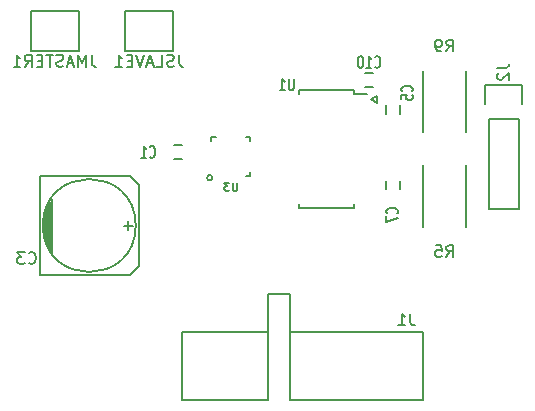
<source format=gbr>
G04 #@! TF.FileFunction,Legend,Bot*
%FSLAX46Y46*%
G04 Gerber Fmt 4.6, Leading zero omitted, Abs format (unit mm)*
G04 Created by KiCad (PCBNEW 4.0.2+e4-6225~38~ubuntu14.04.1-stable) date Sat 23 Jul 2016 00:12:46 PDT*
%MOMM*%
G01*
G04 APERTURE LIST*
%ADD10C,0.100000*%
%ADD11C,0.152400*%
%ADD12C,0.150000*%
G04 APERTURE END LIST*
D10*
D11*
X155800000Y-77800000D02*
X156300000Y-77500000D01*
X156300000Y-77500000D02*
X156300000Y-78100000D01*
X156300000Y-78100000D02*
X155800000Y-77800000D01*
D12*
X154325000Y-77025000D02*
X154325000Y-77350000D01*
X149675000Y-77025000D02*
X149675000Y-77350000D01*
X149675000Y-86975000D02*
X149675000Y-86650000D01*
X154325000Y-86975000D02*
X154325000Y-86650000D01*
X154325000Y-77025000D02*
X149675000Y-77025000D01*
X154325000Y-86975000D02*
X149675000Y-86975000D01*
X154325000Y-77350000D02*
X155400000Y-77350000D01*
X157025000Y-84750000D02*
X157025000Y-85450000D01*
X158225000Y-85450000D02*
X158225000Y-84750000D01*
X148900180Y-97500640D02*
X148900180Y-94300240D01*
X148900180Y-94300240D02*
X147099320Y-94300240D01*
X147099320Y-94300240D02*
X147099320Y-97500640D01*
X160200640Y-97500640D02*
X148900180Y-97500640D01*
X148900180Y-97500640D02*
X148900180Y-103299460D01*
X148900180Y-103299460D02*
X160200640Y-103299460D01*
X160200640Y-103299460D02*
X160200640Y-97500640D01*
X139799360Y-97500640D02*
X147099320Y-97500640D01*
X147099320Y-103299460D02*
X139799360Y-103299460D01*
X147099320Y-97500640D02*
X147099320Y-103299460D01*
X139799360Y-97500640D02*
X139799360Y-103299460D01*
X139775000Y-81700000D02*
X139075000Y-81700000D01*
X139075000Y-82900000D02*
X139775000Y-82900000D01*
X158225000Y-79025000D02*
X158225000Y-78325000D01*
X157025000Y-78325000D02*
X157025000Y-79025000D01*
X155975000Y-75600000D02*
X155275000Y-75600000D01*
X155275000Y-76800000D02*
X155975000Y-76800000D01*
X163825000Y-88600000D02*
X163825000Y-83400000D01*
X160175000Y-83400000D02*
X160175000Y-88600000D01*
X160175000Y-75400000D02*
X160175000Y-80600000D01*
X163825000Y-80600000D02*
X163825000Y-75400000D01*
X165730000Y-79460000D02*
X165730000Y-87080000D01*
X168270000Y-79460000D02*
X168270000Y-87080000D01*
X168550000Y-76640000D02*
X168550000Y-78190000D01*
X165730000Y-87080000D02*
X168270000Y-87080000D01*
X168270000Y-79460000D02*
X165730000Y-79460000D01*
X165450000Y-78190000D02*
X165450000Y-76640000D01*
X165450000Y-76640000D02*
X168550000Y-76640000D01*
D11*
X142348607Y-84450000D02*
G75*
G03X142348607Y-84450000I-223607J0D01*
G01*
D12*
X145575000Y-84300000D02*
X145575000Y-83950000D01*
X142275000Y-81000000D02*
X142275000Y-81350000D01*
X145575000Y-81000000D02*
X145575000Y-81350000D01*
X142275000Y-81000000D02*
X142625000Y-81000000D01*
X145575000Y-81000000D02*
X145225000Y-81000000D01*
X145575000Y-84300000D02*
X145225000Y-84300000D01*
X128115000Y-89516000D02*
X128115000Y-87484000D01*
X128242000Y-87103000D02*
X128242000Y-89897000D01*
X128369000Y-90151000D02*
X128369000Y-86849000D01*
X128496000Y-86595000D02*
X128496000Y-90405000D01*
X128623000Y-86468000D02*
X128623000Y-90532000D01*
X128750000Y-90786000D02*
X128750000Y-86214000D01*
X127734000Y-92691000D02*
X127734000Y-84309000D01*
X127734000Y-84309000D02*
X135354000Y-84309000D01*
X135354000Y-84309000D02*
X136116000Y-85071000D01*
X136116000Y-85071000D02*
X136116000Y-91929000D01*
X136116000Y-91929000D02*
X135354000Y-92691000D01*
X135354000Y-92691000D02*
X127734000Y-92691000D01*
X135608000Y-88500000D02*
X134846000Y-88500000D01*
X135227000Y-88881000D02*
X135227000Y-88119000D01*
X135862000Y-88500000D02*
G75*
G03X135862000Y-88500000I-3937000J0D01*
G01*
D11*
X139040000Y-70300000D02*
X139040000Y-73700000D01*
X134960000Y-70300000D02*
X134960000Y-73700000D01*
X139040000Y-73700000D02*
X134960000Y-73700000D01*
X139040000Y-70300000D02*
X134960000Y-70300000D01*
X131040000Y-70300000D02*
X131040000Y-73700000D01*
X126960000Y-70300000D02*
X126960000Y-73700000D01*
X131040000Y-73700000D02*
X126960000Y-73700000D01*
X131040000Y-70300000D02*
X126960000Y-70300000D01*
D12*
X149246429Y-76052381D02*
X149246429Y-76861905D01*
X149210714Y-76957143D01*
X149175000Y-77004762D01*
X149103571Y-77052381D01*
X148960714Y-77052381D01*
X148889286Y-77004762D01*
X148853571Y-76957143D01*
X148817857Y-76861905D01*
X148817857Y-76052381D01*
X148067857Y-77052381D02*
X148496429Y-77052381D01*
X148282143Y-77052381D02*
X148282143Y-76052381D01*
X148353572Y-76195238D01*
X148425000Y-76290476D01*
X148496429Y-76338095D01*
X157982143Y-87475000D02*
X158029762Y-87439286D01*
X158077381Y-87332143D01*
X158077381Y-87260714D01*
X158029762Y-87153571D01*
X157934524Y-87082143D01*
X157839286Y-87046428D01*
X157648810Y-87010714D01*
X157505952Y-87010714D01*
X157315476Y-87046428D01*
X157220238Y-87082143D01*
X157125000Y-87153571D01*
X157077381Y-87260714D01*
X157077381Y-87332143D01*
X157125000Y-87439286D01*
X157172619Y-87475000D01*
X157077381Y-87725000D02*
X157077381Y-88225000D01*
X158077381Y-87903571D01*
X159083333Y-95952381D02*
X159083333Y-96666667D01*
X159130953Y-96809524D01*
X159226191Y-96904762D01*
X159369048Y-96952381D01*
X159464286Y-96952381D01*
X158083333Y-96952381D02*
X158654762Y-96952381D01*
X158369048Y-96952381D02*
X158369048Y-95952381D01*
X158464286Y-96095238D01*
X158559524Y-96190476D01*
X158654762Y-96238095D01*
X137050000Y-82657143D02*
X137085714Y-82704762D01*
X137192857Y-82752381D01*
X137264286Y-82752381D01*
X137371429Y-82704762D01*
X137442857Y-82609524D01*
X137478572Y-82514286D01*
X137514286Y-82323810D01*
X137514286Y-82180952D01*
X137478572Y-81990476D01*
X137442857Y-81895238D01*
X137371429Y-81800000D01*
X137264286Y-81752381D01*
X137192857Y-81752381D01*
X137085714Y-81800000D01*
X137050000Y-81847619D01*
X136335714Y-82752381D02*
X136764286Y-82752381D01*
X136550000Y-82752381D02*
X136550000Y-81752381D01*
X136621429Y-81895238D01*
X136692857Y-81990476D01*
X136764286Y-82038095D01*
X159232143Y-77150000D02*
X159279762Y-77114286D01*
X159327381Y-77007143D01*
X159327381Y-76935714D01*
X159279762Y-76828571D01*
X159184524Y-76757143D01*
X159089286Y-76721428D01*
X158898810Y-76685714D01*
X158755952Y-76685714D01*
X158565476Y-76721428D01*
X158470238Y-76757143D01*
X158375000Y-76828571D01*
X158327381Y-76935714D01*
X158327381Y-77007143D01*
X158375000Y-77114286D01*
X158422619Y-77150000D01*
X158327381Y-77828571D02*
X158327381Y-77471428D01*
X158803571Y-77435714D01*
X158755952Y-77471428D01*
X158708333Y-77542857D01*
X158708333Y-77721428D01*
X158755952Y-77792857D01*
X158803571Y-77828571D01*
X158898810Y-77864286D01*
X159136905Y-77864286D01*
X159232143Y-77828571D01*
X159279762Y-77792857D01*
X159327381Y-77721428D01*
X159327381Y-77542857D01*
X159279762Y-77471428D01*
X159232143Y-77435714D01*
X156107143Y-75057143D02*
X156142857Y-75104762D01*
X156250000Y-75152381D01*
X156321429Y-75152381D01*
X156428572Y-75104762D01*
X156500000Y-75009524D01*
X156535715Y-74914286D01*
X156571429Y-74723810D01*
X156571429Y-74580952D01*
X156535715Y-74390476D01*
X156500000Y-74295238D01*
X156428572Y-74200000D01*
X156321429Y-74152381D01*
X156250000Y-74152381D01*
X156142857Y-74200000D01*
X156107143Y-74247619D01*
X155392857Y-75152381D02*
X155821429Y-75152381D01*
X155607143Y-75152381D02*
X155607143Y-74152381D01*
X155678572Y-74295238D01*
X155750000Y-74390476D01*
X155821429Y-74438095D01*
X154928571Y-74152381D02*
X154857143Y-74152381D01*
X154785714Y-74200000D01*
X154750000Y-74247619D01*
X154714286Y-74342857D01*
X154678571Y-74533333D01*
X154678571Y-74771429D01*
X154714286Y-74961905D01*
X154750000Y-75057143D01*
X154785714Y-75104762D01*
X154857143Y-75152381D01*
X154928571Y-75152381D01*
X155000000Y-75104762D01*
X155035714Y-75057143D01*
X155071429Y-74961905D01*
X155107143Y-74771429D01*
X155107143Y-74533333D01*
X155071429Y-74342857D01*
X155035714Y-74247619D01*
X155000000Y-74200000D01*
X154928571Y-74152381D01*
X162166666Y-91152381D02*
X162500000Y-90676190D01*
X162738095Y-91152381D02*
X162738095Y-90152381D01*
X162357142Y-90152381D01*
X162261904Y-90200000D01*
X162214285Y-90247619D01*
X162166666Y-90342857D01*
X162166666Y-90485714D01*
X162214285Y-90580952D01*
X162261904Y-90628571D01*
X162357142Y-90676190D01*
X162738095Y-90676190D01*
X161261904Y-90152381D02*
X161738095Y-90152381D01*
X161785714Y-90628571D01*
X161738095Y-90580952D01*
X161642857Y-90533333D01*
X161404761Y-90533333D01*
X161309523Y-90580952D01*
X161261904Y-90628571D01*
X161214285Y-90723810D01*
X161214285Y-90961905D01*
X161261904Y-91057143D01*
X161309523Y-91104762D01*
X161404761Y-91152381D01*
X161642857Y-91152381D01*
X161738095Y-91104762D01*
X161785714Y-91057143D01*
X162166666Y-73752381D02*
X162500000Y-73276190D01*
X162738095Y-73752381D02*
X162738095Y-72752381D01*
X162357142Y-72752381D01*
X162261904Y-72800000D01*
X162214285Y-72847619D01*
X162166666Y-72942857D01*
X162166666Y-73085714D01*
X162214285Y-73180952D01*
X162261904Y-73228571D01*
X162357142Y-73276190D01*
X162738095Y-73276190D01*
X161690476Y-73752381D02*
X161500000Y-73752381D01*
X161404761Y-73704762D01*
X161357142Y-73657143D01*
X161261904Y-73514286D01*
X161214285Y-73323810D01*
X161214285Y-72942857D01*
X161261904Y-72847619D01*
X161309523Y-72800000D01*
X161404761Y-72752381D01*
X161595238Y-72752381D01*
X161690476Y-72800000D01*
X161738095Y-72847619D01*
X161785714Y-72942857D01*
X161785714Y-73180952D01*
X161738095Y-73276190D01*
X161690476Y-73323810D01*
X161595238Y-73371429D01*
X161404761Y-73371429D01*
X161309523Y-73323810D01*
X161261904Y-73276190D01*
X161214285Y-73180952D01*
X166477381Y-75166667D02*
X167191667Y-75166667D01*
X167334524Y-75119047D01*
X167429762Y-75023809D01*
X167477381Y-74880952D01*
X167477381Y-74785714D01*
X166572619Y-75595238D02*
X166525000Y-75642857D01*
X166477381Y-75738095D01*
X166477381Y-75976191D01*
X166525000Y-76071429D01*
X166572619Y-76119048D01*
X166667857Y-76166667D01*
X166763095Y-76166667D01*
X166905952Y-76119048D01*
X167477381Y-75547619D01*
X167477381Y-76166667D01*
X144458333Y-84866667D02*
X144458333Y-85433333D01*
X144425000Y-85500000D01*
X144391667Y-85533333D01*
X144325000Y-85566667D01*
X144191667Y-85566667D01*
X144125000Y-85533333D01*
X144091667Y-85500000D01*
X144058333Y-85433333D01*
X144058333Y-84866667D01*
X143791667Y-84866667D02*
X143358334Y-84866667D01*
X143591667Y-85133333D01*
X143491667Y-85133333D01*
X143425000Y-85166667D01*
X143391667Y-85200000D01*
X143358334Y-85266667D01*
X143358334Y-85433333D01*
X143391667Y-85500000D01*
X143425000Y-85533333D01*
X143491667Y-85566667D01*
X143691667Y-85566667D01*
X143758334Y-85533333D01*
X143791667Y-85500000D01*
X126791666Y-91657143D02*
X126839285Y-91704762D01*
X126982142Y-91752381D01*
X127077380Y-91752381D01*
X127220238Y-91704762D01*
X127315476Y-91609524D01*
X127363095Y-91514286D01*
X127410714Y-91323810D01*
X127410714Y-91180952D01*
X127363095Y-90990476D01*
X127315476Y-90895238D01*
X127220238Y-90800000D01*
X127077380Y-90752381D01*
X126982142Y-90752381D01*
X126839285Y-90800000D01*
X126791666Y-90847619D01*
X126458333Y-90752381D02*
X125839285Y-90752381D01*
X126172619Y-91133333D01*
X126029761Y-91133333D01*
X125934523Y-91180952D01*
X125886904Y-91228571D01*
X125839285Y-91323810D01*
X125839285Y-91561905D01*
X125886904Y-91657143D01*
X125934523Y-91704762D01*
X126029761Y-91752381D01*
X126315476Y-91752381D01*
X126410714Y-91704762D01*
X126458333Y-91657143D01*
X139523809Y-74052381D02*
X139523809Y-74766667D01*
X139571429Y-74909524D01*
X139666667Y-75004762D01*
X139809524Y-75052381D01*
X139904762Y-75052381D01*
X139095238Y-75004762D02*
X138952381Y-75052381D01*
X138714285Y-75052381D01*
X138619047Y-75004762D01*
X138571428Y-74957143D01*
X138523809Y-74861905D01*
X138523809Y-74766667D01*
X138571428Y-74671429D01*
X138619047Y-74623810D01*
X138714285Y-74576190D01*
X138904762Y-74528571D01*
X139000000Y-74480952D01*
X139047619Y-74433333D01*
X139095238Y-74338095D01*
X139095238Y-74242857D01*
X139047619Y-74147619D01*
X139000000Y-74100000D01*
X138904762Y-74052381D01*
X138666666Y-74052381D01*
X138523809Y-74100000D01*
X137619047Y-75052381D02*
X138095238Y-75052381D01*
X138095238Y-74052381D01*
X137333333Y-74766667D02*
X136857142Y-74766667D01*
X137428571Y-75052381D02*
X137095238Y-74052381D01*
X136761904Y-75052381D01*
X136571428Y-74052381D02*
X136238095Y-75052381D01*
X135904761Y-74052381D01*
X135571428Y-74528571D02*
X135238094Y-74528571D01*
X135095237Y-75052381D02*
X135571428Y-75052381D01*
X135571428Y-74052381D01*
X135095237Y-74052381D01*
X134142856Y-75052381D02*
X134714285Y-75052381D01*
X134428571Y-75052381D02*
X134428571Y-74052381D01*
X134523809Y-74195238D01*
X134619047Y-74290476D01*
X134714285Y-74338095D01*
X132142857Y-74052381D02*
X132142857Y-74766667D01*
X132190477Y-74909524D01*
X132285715Y-75004762D01*
X132428572Y-75052381D01*
X132523810Y-75052381D01*
X131666667Y-75052381D02*
X131666667Y-74052381D01*
X131333333Y-74766667D01*
X131000000Y-74052381D01*
X131000000Y-75052381D01*
X130571429Y-74766667D02*
X130095238Y-74766667D01*
X130666667Y-75052381D02*
X130333334Y-74052381D01*
X130000000Y-75052381D01*
X129714286Y-75004762D02*
X129571429Y-75052381D01*
X129333333Y-75052381D01*
X129238095Y-75004762D01*
X129190476Y-74957143D01*
X129142857Y-74861905D01*
X129142857Y-74766667D01*
X129190476Y-74671429D01*
X129238095Y-74623810D01*
X129333333Y-74576190D01*
X129523810Y-74528571D01*
X129619048Y-74480952D01*
X129666667Y-74433333D01*
X129714286Y-74338095D01*
X129714286Y-74242857D01*
X129666667Y-74147619D01*
X129619048Y-74100000D01*
X129523810Y-74052381D01*
X129285714Y-74052381D01*
X129142857Y-74100000D01*
X128857143Y-74052381D02*
X128285714Y-74052381D01*
X128571429Y-75052381D02*
X128571429Y-74052381D01*
X127952381Y-74528571D02*
X127619047Y-74528571D01*
X127476190Y-75052381D02*
X127952381Y-75052381D01*
X127952381Y-74052381D01*
X127476190Y-74052381D01*
X126476190Y-75052381D02*
X126809524Y-74576190D01*
X127047619Y-75052381D02*
X127047619Y-74052381D01*
X126666666Y-74052381D01*
X126571428Y-74100000D01*
X126523809Y-74147619D01*
X126476190Y-74242857D01*
X126476190Y-74385714D01*
X126523809Y-74480952D01*
X126571428Y-74528571D01*
X126666666Y-74576190D01*
X127047619Y-74576190D01*
X125523809Y-75052381D02*
X126095238Y-75052381D01*
X125809524Y-75052381D02*
X125809524Y-74052381D01*
X125904762Y-74195238D01*
X126000000Y-74290476D01*
X126095238Y-74338095D01*
M02*

</source>
